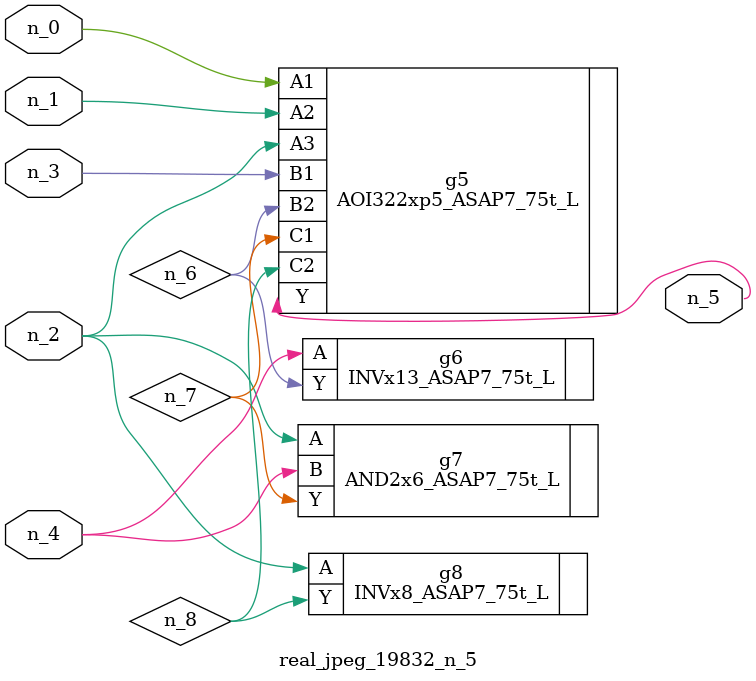
<source format=v>
module real_jpeg_19832_n_5 (n_4, n_0, n_1, n_2, n_3, n_5);

input n_4;
input n_0;
input n_1;
input n_2;
input n_3;

output n_5;

wire n_8;
wire n_6;
wire n_7;

AOI322xp5_ASAP7_75t_L g5 ( 
.A1(n_0),
.A2(n_1),
.A3(n_2),
.B1(n_3),
.B2(n_6),
.C1(n_7),
.C2(n_8),
.Y(n_5)
);

AND2x6_ASAP7_75t_L g7 ( 
.A(n_2),
.B(n_4),
.Y(n_7)
);

INVx8_ASAP7_75t_L g8 ( 
.A(n_2),
.Y(n_8)
);

INVx13_ASAP7_75t_L g6 ( 
.A(n_4),
.Y(n_6)
);


endmodule
</source>
